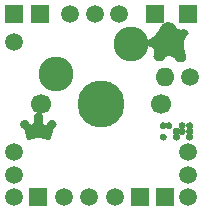
<source format=gts>
G04 #@! TF.GenerationSoftware,KiCad,Pcbnew,5.1.5-52549c5~84~ubuntu18.04.1*
G04 #@! TF.CreationDate,2020-04-11T16:09:32-04:00*
G04 #@! TF.ProjectId,amoeba-royale,616d6f65-6261-42d7-926f-79616c652e6b,rev?*
G04 #@! TF.SameCoordinates,Original*
G04 #@! TF.FileFunction,Soldermask,Top*
G04 #@! TF.FilePolarity,Negative*
%FSLAX46Y46*%
G04 Gerber Fmt 4.6, Leading zero omitted, Abs format (unit mm)*
G04 Created by KiCad (PCBNEW 5.1.5-52549c5~84~ubuntu18.04.1) date 2020-04-11 16:09:32*
%MOMM*%
%LPD*%
G04 APERTURE LIST*
%ADD10C,0.002540*%
%ADD11C,0.150000*%
%ADD12C,0.131817*%
%ADD13C,1.700000*%
%ADD14C,2.950000*%
%ADD15C,3.980180*%
%ADD16R,1.500000X1.500000*%
%ADD17C,1.500000*%
%ADD18R,1.600000X1.600000*%
%ADD19O,1.600000X1.600000*%
G04 APERTURE END LIST*
D10*
G36*
X254416500Y-113208999D02*
G01*
X254411420Y-113259383D01*
X254396853Y-113306310D01*
X254373803Y-113348776D01*
X254343276Y-113385776D01*
X254306277Y-113416303D01*
X254263811Y-113439354D01*
X254216883Y-113453921D01*
X254166500Y-113459000D01*
X254116116Y-113453921D01*
X254069188Y-113439354D01*
X254026722Y-113416303D01*
X253989723Y-113385776D01*
X253959196Y-113348776D01*
X253936146Y-113306310D01*
X253921579Y-113259383D01*
X253916499Y-113208999D01*
X253921579Y-113158617D01*
X253936146Y-113111690D01*
X253959196Y-113069225D01*
X253989723Y-113032226D01*
X254026722Y-113001699D01*
X254069188Y-112978650D01*
X254116116Y-112964083D01*
X254166500Y-112959004D01*
X254216883Y-112964083D01*
X254263811Y-112978650D01*
X254306277Y-113001699D01*
X254343276Y-113032226D01*
X254373803Y-113069225D01*
X254396853Y-113111690D01*
X254411420Y-113158617D01*
X254416500Y-113208999D01*
G37*
X254416500Y-113208999D02*
X254411420Y-113259383D01*
X254396853Y-113306310D01*
X254373803Y-113348776D01*
X254343276Y-113385776D01*
X254306277Y-113416303D01*
X254263811Y-113439354D01*
X254216883Y-113453921D01*
X254166500Y-113459000D01*
X254116116Y-113453921D01*
X254069188Y-113439354D01*
X254026722Y-113416303D01*
X253989723Y-113385776D01*
X253959196Y-113348776D01*
X253936146Y-113306310D01*
X253921579Y-113259383D01*
X253916499Y-113208999D01*
X253921579Y-113158617D01*
X253936146Y-113111690D01*
X253959196Y-113069225D01*
X253989723Y-113032226D01*
X254026722Y-113001699D01*
X254069188Y-112978650D01*
X254116116Y-112964083D01*
X254166500Y-112959004D01*
X254216883Y-112964083D01*
X254263811Y-112978650D01*
X254306277Y-113001699D01*
X254343276Y-113032226D01*
X254373803Y-113069225D01*
X254396853Y-113111690D01*
X254411420Y-113158617D01*
X254416500Y-113208999D01*
G36*
X254896498Y-112249001D02*
G01*
X254891419Y-112299384D01*
X254876851Y-112346311D01*
X254853801Y-112388777D01*
X254823274Y-112425777D01*
X254786275Y-112456305D01*
X254743808Y-112479355D01*
X254696881Y-112493922D01*
X254646497Y-112499002D01*
X254596113Y-112493922D01*
X254549186Y-112479355D01*
X254506720Y-112456305D01*
X254469721Y-112425777D01*
X254439193Y-112388777D01*
X254416143Y-112346311D01*
X254401576Y-112299384D01*
X254396497Y-112249001D01*
X254401576Y-112198618D01*
X254416143Y-112151691D01*
X254439193Y-112109226D01*
X254469721Y-112072227D01*
X254506720Y-112041701D01*
X254549186Y-112018651D01*
X254596113Y-112004085D01*
X254646497Y-111999006D01*
X254696881Y-112004085D01*
X254743808Y-112018651D01*
X254786275Y-112041701D01*
X254823274Y-112072227D01*
X254853801Y-112109226D01*
X254876851Y-112151691D01*
X254891419Y-112198618D01*
X254896498Y-112249001D01*
G37*
X254896498Y-112249001D02*
X254891419Y-112299384D01*
X254876851Y-112346311D01*
X254853801Y-112388777D01*
X254823274Y-112425777D01*
X254786275Y-112456305D01*
X254743808Y-112479355D01*
X254696881Y-112493922D01*
X254646497Y-112499002D01*
X254596113Y-112493922D01*
X254549186Y-112479355D01*
X254506720Y-112456305D01*
X254469721Y-112425777D01*
X254439193Y-112388777D01*
X254416143Y-112346311D01*
X254401576Y-112299384D01*
X254396497Y-112249001D01*
X254401576Y-112198618D01*
X254416143Y-112151691D01*
X254439193Y-112109226D01*
X254469721Y-112072227D01*
X254506720Y-112041701D01*
X254549186Y-112018651D01*
X254596113Y-112004085D01*
X254646497Y-111999006D01*
X254696881Y-112004085D01*
X254743808Y-112018651D01*
X254786275Y-112041701D01*
X254823274Y-112072227D01*
X254853801Y-112109226D01*
X254876851Y-112151691D01*
X254891419Y-112198618D01*
X254896498Y-112249001D01*
G36*
X254416500Y-112249001D02*
G01*
X254411420Y-112299384D01*
X254396853Y-112346311D01*
X254373803Y-112388777D01*
X254343276Y-112425777D01*
X254306277Y-112456305D01*
X254263811Y-112479355D01*
X254216883Y-112493922D01*
X254166500Y-112499002D01*
X254116116Y-112493922D01*
X254069188Y-112479355D01*
X254026722Y-112456305D01*
X253989723Y-112425777D01*
X253959196Y-112388777D01*
X253936146Y-112346311D01*
X253921579Y-112299384D01*
X253916499Y-112249001D01*
X253921579Y-112198618D01*
X253936146Y-112151691D01*
X253959196Y-112109226D01*
X253989723Y-112072227D01*
X254026722Y-112041701D01*
X254069188Y-112018651D01*
X254116116Y-112004085D01*
X254166500Y-111999006D01*
X254216883Y-112004085D01*
X254263811Y-112018651D01*
X254306277Y-112041701D01*
X254343276Y-112072227D01*
X254373803Y-112109226D01*
X254396853Y-112151691D01*
X254411420Y-112198618D01*
X254416500Y-112249001D01*
G37*
X254416500Y-112249001D02*
X254411420Y-112299384D01*
X254396853Y-112346311D01*
X254373803Y-112388777D01*
X254343276Y-112425777D01*
X254306277Y-112456305D01*
X254263811Y-112479355D01*
X254216883Y-112493922D01*
X254166500Y-112499002D01*
X254116116Y-112493922D01*
X254069188Y-112479355D01*
X254026722Y-112456305D01*
X253989723Y-112425777D01*
X253959196Y-112388777D01*
X253936146Y-112346311D01*
X253921579Y-112299384D01*
X253916499Y-112249001D01*
X253921579Y-112198618D01*
X253936146Y-112151691D01*
X253959196Y-112109226D01*
X253989723Y-112072227D01*
X254026722Y-112041701D01*
X254069188Y-112018651D01*
X254116116Y-112004085D01*
X254166500Y-111999006D01*
X254216883Y-112004085D01*
X254263811Y-112018651D01*
X254306277Y-112041701D01*
X254343276Y-112072227D01*
X254373803Y-112109226D01*
X254396853Y-112151691D01*
X254411420Y-112198618D01*
X254416500Y-112249001D01*
G36*
X256656500Y-113208999D02*
G01*
X256651421Y-113259383D01*
X256636854Y-113306310D01*
X256613804Y-113348776D01*
X256583276Y-113385776D01*
X256546277Y-113416303D01*
X256503811Y-113439354D01*
X256456885Y-113453921D01*
X256406502Y-113459000D01*
X256356119Y-113453921D01*
X256309191Y-113439354D01*
X256266725Y-113416303D01*
X256229725Y-113385776D01*
X256199198Y-113348776D01*
X256176148Y-113306310D01*
X256161581Y-113259383D01*
X256156501Y-113208999D01*
X256161581Y-113158617D01*
X256176148Y-113111690D01*
X256199198Y-113069225D01*
X256229725Y-113032226D01*
X256266725Y-113001699D01*
X256309191Y-112978650D01*
X256356119Y-112964083D01*
X256406502Y-112959004D01*
X256456885Y-112964083D01*
X256503812Y-112978650D01*
X256546278Y-113001699D01*
X256583277Y-113032226D01*
X256613804Y-113069225D01*
X256636854Y-113111690D01*
X256651421Y-113158617D01*
X256656500Y-113208999D01*
G37*
X256656500Y-113208999D02*
X256651421Y-113259383D01*
X256636854Y-113306310D01*
X256613804Y-113348776D01*
X256583276Y-113385776D01*
X256546277Y-113416303D01*
X256503811Y-113439354D01*
X256456885Y-113453921D01*
X256406502Y-113459000D01*
X256356119Y-113453921D01*
X256309191Y-113439354D01*
X256266725Y-113416303D01*
X256229725Y-113385776D01*
X256199198Y-113348776D01*
X256176148Y-113306310D01*
X256161581Y-113259383D01*
X256156501Y-113208999D01*
X256161581Y-113158617D01*
X256176148Y-113111690D01*
X256199198Y-113069225D01*
X256229725Y-113032226D01*
X256266725Y-113001699D01*
X256309191Y-112978650D01*
X256356119Y-112964083D01*
X256406502Y-112959004D01*
X256456885Y-112964083D01*
X256503812Y-112978650D01*
X256546278Y-113001699D01*
X256583277Y-113032226D01*
X256613804Y-113069225D01*
X256636854Y-113111690D01*
X256651421Y-113158617D01*
X256656500Y-113208999D01*
G36*
X256656500Y-112729002D02*
G01*
X256651421Y-112779385D01*
X256636854Y-112826312D01*
X256613803Y-112868778D01*
X256583276Y-112905778D01*
X256546276Y-112936305D01*
X256503810Y-112959356D01*
X256456883Y-112973923D01*
X256406500Y-112979002D01*
X256356116Y-112973923D01*
X256309188Y-112959356D01*
X256266723Y-112936305D01*
X256229724Y-112905778D01*
X256199197Y-112868778D01*
X256176147Y-112826312D01*
X256161580Y-112779385D01*
X256156501Y-112729002D01*
X256161580Y-112678619D01*
X256176147Y-112631692D01*
X256199197Y-112589227D01*
X256229724Y-112552228D01*
X256266723Y-112521701D01*
X256309188Y-112498652D01*
X256356116Y-112484085D01*
X256406500Y-112479006D01*
X256456883Y-112484085D01*
X256503811Y-112498652D01*
X256546277Y-112521701D01*
X256583277Y-112552228D01*
X256613804Y-112589227D01*
X256636854Y-112631692D01*
X256651421Y-112678619D01*
X256656500Y-112729002D01*
G37*
X256656500Y-112729002D02*
X256651421Y-112779385D01*
X256636854Y-112826312D01*
X256613803Y-112868778D01*
X256583276Y-112905778D01*
X256546276Y-112936305D01*
X256503810Y-112959356D01*
X256456883Y-112973923D01*
X256406500Y-112979002D01*
X256356116Y-112973923D01*
X256309188Y-112959356D01*
X256266723Y-112936305D01*
X256229724Y-112905778D01*
X256199197Y-112868778D01*
X256176147Y-112826312D01*
X256161580Y-112779385D01*
X256156501Y-112729002D01*
X256161580Y-112678619D01*
X256176147Y-112631692D01*
X256199197Y-112589227D01*
X256229724Y-112552228D01*
X256266723Y-112521701D01*
X256309188Y-112498652D01*
X256356116Y-112484085D01*
X256406500Y-112479006D01*
X256456883Y-112484085D01*
X256503811Y-112498652D01*
X256546277Y-112521701D01*
X256583277Y-112552228D01*
X256613804Y-112589227D01*
X256636854Y-112631692D01*
X256651421Y-112678619D01*
X256656500Y-112729002D01*
G36*
X256656500Y-112249001D02*
G01*
X256651421Y-112299384D01*
X256636854Y-112346311D01*
X256613804Y-112388777D01*
X256583277Y-112425777D01*
X256546277Y-112456305D01*
X256503811Y-112479355D01*
X256456883Y-112493922D01*
X256406500Y-112499002D01*
X256356116Y-112493922D01*
X256309188Y-112479355D01*
X256266722Y-112456305D01*
X256229722Y-112425777D01*
X256199195Y-112388777D01*
X256176145Y-112346311D01*
X256161578Y-112299384D01*
X256156499Y-112249001D01*
X256161578Y-112198618D01*
X256176145Y-112151691D01*
X256199195Y-112109226D01*
X256229722Y-112072227D01*
X256266722Y-112041701D01*
X256309188Y-112018651D01*
X256356116Y-112004085D01*
X256406500Y-111999006D01*
X256456883Y-112004085D01*
X256503811Y-112018651D01*
X256546277Y-112041701D01*
X256583277Y-112072227D01*
X256613804Y-112109226D01*
X256636854Y-112151691D01*
X256651421Y-112198618D01*
X256656500Y-112249001D01*
G37*
X256656500Y-112249001D02*
X256651421Y-112299384D01*
X256636854Y-112346311D01*
X256613804Y-112388777D01*
X256583277Y-112425777D01*
X256546277Y-112456305D01*
X256503811Y-112479355D01*
X256456883Y-112493922D01*
X256406500Y-112499002D01*
X256356116Y-112493922D01*
X256309188Y-112479355D01*
X256266722Y-112456305D01*
X256229722Y-112425777D01*
X256199195Y-112388777D01*
X256176145Y-112346311D01*
X256161578Y-112299384D01*
X256156499Y-112249001D01*
X256161578Y-112198618D01*
X256176145Y-112151691D01*
X256199195Y-112109226D01*
X256229722Y-112072227D01*
X256266722Y-112041701D01*
X256309188Y-112018651D01*
X256356116Y-112004085D01*
X256406500Y-111999006D01*
X256456883Y-112004085D01*
X256503811Y-112018651D01*
X256546277Y-112041701D01*
X256583277Y-112072227D01*
X256613804Y-112109226D01*
X256636854Y-112151691D01*
X256651421Y-112198618D01*
X256656500Y-112249001D01*
G36*
X256016500Y-112249001D02*
G01*
X256011420Y-112299384D01*
X255996853Y-112346311D01*
X255973803Y-112388777D01*
X255943276Y-112425777D01*
X255906276Y-112456305D01*
X255863810Y-112479355D01*
X255816882Y-112493922D01*
X255766499Y-112499002D01*
X255716115Y-112493922D01*
X255669187Y-112479355D01*
X255626721Y-112456305D01*
X255589721Y-112425777D01*
X255559194Y-112388777D01*
X255536144Y-112346311D01*
X255521577Y-112299384D01*
X255516498Y-112249001D01*
X255521577Y-112198618D01*
X255536144Y-112151691D01*
X255559194Y-112109226D01*
X255589721Y-112072227D01*
X255626721Y-112041701D01*
X255669187Y-112018651D01*
X255716115Y-112004085D01*
X255766499Y-111999006D01*
X255816882Y-112004085D01*
X255863810Y-112018651D01*
X255906276Y-112041701D01*
X255943276Y-112072227D01*
X255973803Y-112109226D01*
X255996853Y-112151691D01*
X256011420Y-112198618D01*
X256016500Y-112249001D01*
G37*
X256016500Y-112249001D02*
X256011420Y-112299384D01*
X255996853Y-112346311D01*
X255973803Y-112388777D01*
X255943276Y-112425777D01*
X255906276Y-112456305D01*
X255863810Y-112479355D01*
X255816882Y-112493922D01*
X255766499Y-112499002D01*
X255716115Y-112493922D01*
X255669187Y-112479355D01*
X255626721Y-112456305D01*
X255589721Y-112425777D01*
X255559194Y-112388777D01*
X255536144Y-112346311D01*
X255521577Y-112299384D01*
X255516498Y-112249001D01*
X255521577Y-112198618D01*
X255536144Y-112151691D01*
X255559194Y-112109226D01*
X255589721Y-112072227D01*
X255626721Y-112041701D01*
X255669187Y-112018651D01*
X255716115Y-112004085D01*
X255766499Y-111999006D01*
X255816882Y-112004085D01*
X255863810Y-112018651D01*
X255906276Y-112041701D01*
X255943276Y-112072227D01*
X255973803Y-112109226D01*
X255996853Y-112151691D01*
X256011420Y-112198618D01*
X256016500Y-112249001D01*
G36*
X256016497Y-112729002D02*
G01*
X256011418Y-112779385D01*
X255996850Y-112826312D01*
X255973801Y-112868778D01*
X255943273Y-112905778D01*
X255906274Y-112936305D01*
X255863809Y-112959356D01*
X255816882Y-112973923D01*
X255766499Y-112979002D01*
X255716115Y-112973923D01*
X255669187Y-112959356D01*
X255626722Y-112936305D01*
X255589723Y-112905778D01*
X255559196Y-112868778D01*
X255536146Y-112826312D01*
X255521580Y-112779385D01*
X255516501Y-112729002D01*
X255521580Y-112678619D01*
X255536147Y-112631692D01*
X255559197Y-112589227D01*
X255589724Y-112552228D01*
X255626723Y-112521701D01*
X255669189Y-112498652D01*
X255716116Y-112484085D01*
X255766499Y-112479006D01*
X255816882Y-112484085D01*
X255863810Y-112498652D01*
X255906276Y-112521701D01*
X255943274Y-112552228D01*
X255973801Y-112589227D01*
X255996851Y-112631692D01*
X256011418Y-112678619D01*
X256016497Y-112729002D01*
G37*
X256016497Y-112729002D02*
X256011418Y-112779385D01*
X255996850Y-112826312D01*
X255973801Y-112868778D01*
X255943273Y-112905778D01*
X255906274Y-112936305D01*
X255863809Y-112959356D01*
X255816882Y-112973923D01*
X255766499Y-112979002D01*
X255716115Y-112973923D01*
X255669187Y-112959356D01*
X255626722Y-112936305D01*
X255589723Y-112905778D01*
X255559196Y-112868778D01*
X255536146Y-112826312D01*
X255521580Y-112779385D01*
X255516501Y-112729002D01*
X255521580Y-112678619D01*
X255536147Y-112631692D01*
X255559197Y-112589227D01*
X255589724Y-112552228D01*
X255626723Y-112521701D01*
X255669189Y-112498652D01*
X255716116Y-112484085D01*
X255766499Y-112479006D01*
X255816882Y-112484085D01*
X255863810Y-112498652D01*
X255906276Y-112521701D01*
X255943274Y-112552228D01*
X255973801Y-112589227D01*
X255996851Y-112631692D01*
X256011418Y-112678619D01*
X256016497Y-112729002D01*
G36*
X255536496Y-113208999D02*
G01*
X255531417Y-113259383D01*
X255516850Y-113306310D01*
X255493800Y-113348776D01*
X255463273Y-113385776D01*
X255426274Y-113416303D01*
X255383809Y-113439354D01*
X255336883Y-113453921D01*
X255286501Y-113459000D01*
X255236116Y-113453921D01*
X255189188Y-113439354D01*
X255146722Y-113416303D01*
X255109722Y-113385776D01*
X255079195Y-113348776D01*
X255056146Y-113306310D01*
X255041579Y-113259383D01*
X255036500Y-113208999D01*
X255041579Y-113158617D01*
X255056146Y-113111690D01*
X255079196Y-113069225D01*
X255109723Y-113032226D01*
X255146723Y-113001699D01*
X255189189Y-112978650D01*
X255236117Y-112964083D01*
X255286501Y-112959004D01*
X255336884Y-112964083D01*
X255383810Y-112978650D01*
X255426275Y-113001699D01*
X255463274Y-113032226D01*
X255493801Y-113069225D01*
X255516850Y-113111690D01*
X255531417Y-113158617D01*
X255536496Y-113208999D01*
G37*
X255536496Y-113208999D02*
X255531417Y-113259383D01*
X255516850Y-113306310D01*
X255493800Y-113348776D01*
X255463273Y-113385776D01*
X255426274Y-113416303D01*
X255383809Y-113439354D01*
X255336883Y-113453921D01*
X255286501Y-113459000D01*
X255236116Y-113453921D01*
X255189188Y-113439354D01*
X255146722Y-113416303D01*
X255109722Y-113385776D01*
X255079195Y-113348776D01*
X255056146Y-113306310D01*
X255041579Y-113259383D01*
X255036500Y-113208999D01*
X255041579Y-113158617D01*
X255056146Y-113111690D01*
X255079196Y-113069225D01*
X255109723Y-113032226D01*
X255146723Y-113001699D01*
X255189189Y-112978650D01*
X255236117Y-112964083D01*
X255286501Y-112959004D01*
X255336884Y-112964083D01*
X255383810Y-112978650D01*
X255426275Y-113001699D01*
X255463274Y-113032226D01*
X255493801Y-113069225D01*
X255516850Y-113111690D01*
X255531417Y-113158617D01*
X255536496Y-113208999D01*
G36*
X255536496Y-112729002D02*
G01*
X255531417Y-112779385D01*
X255516850Y-112826312D01*
X255493800Y-112868778D01*
X255463272Y-112905778D01*
X255426273Y-112936305D01*
X255383807Y-112959356D01*
X255336879Y-112973923D01*
X255286495Y-112979002D01*
X255236112Y-112973923D01*
X255189186Y-112959356D01*
X255146720Y-112936305D01*
X255109722Y-112905778D01*
X255079195Y-112868778D01*
X255056146Y-112826312D01*
X255041579Y-112779385D01*
X255036500Y-112729002D01*
X255041579Y-112678619D01*
X255056146Y-112631692D01*
X255079196Y-112589227D01*
X255109723Y-112552228D01*
X255146721Y-112521701D01*
X255189187Y-112498652D01*
X255236113Y-112484085D01*
X255286495Y-112479006D01*
X255336880Y-112484085D01*
X255383808Y-112498652D01*
X255426274Y-112521701D01*
X255463273Y-112552228D01*
X255493800Y-112589227D01*
X255516850Y-112631692D01*
X255531417Y-112678619D01*
X255536496Y-112729002D01*
G37*
X255536496Y-112729002D02*
X255531417Y-112779385D01*
X255516850Y-112826312D01*
X255493800Y-112868778D01*
X255463272Y-112905778D01*
X255426273Y-112936305D01*
X255383807Y-112959356D01*
X255336879Y-112973923D01*
X255286495Y-112979002D01*
X255236112Y-112973923D01*
X255189186Y-112959356D01*
X255146720Y-112936305D01*
X255109722Y-112905778D01*
X255079195Y-112868778D01*
X255056146Y-112826312D01*
X255041579Y-112779385D01*
X255036500Y-112729002D01*
X255041579Y-112678619D01*
X255056146Y-112631692D01*
X255079196Y-112589227D01*
X255109723Y-112552228D01*
X255146721Y-112521701D01*
X255189187Y-112498652D01*
X255236113Y-112484085D01*
X255286495Y-112479006D01*
X255336880Y-112484085D01*
X255383808Y-112498652D01*
X255426274Y-112521701D01*
X255463273Y-112552228D01*
X255493800Y-112589227D01*
X255516850Y-112631692D01*
X255531417Y-112678619D01*
X255536496Y-112729002D01*
D11*
G36*
X254593768Y-103524389D02*
G01*
X254564670Y-103525098D01*
X254535635Y-103527226D01*
X254506663Y-103530773D01*
X254477753Y-103535738D01*
X254448907Y-103542122D01*
X254420124Y-103549925D01*
X254391404Y-103559146D01*
X254362747Y-103569786D01*
X254334153Y-103581845D01*
X254305622Y-103595322D01*
X254277155Y-103610218D01*
X254248750Y-103626533D01*
X254220409Y-103644266D01*
X254192130Y-103663417D01*
X254167725Y-103682094D01*
X254143979Y-103703122D01*
X254120952Y-103726130D01*
X254098704Y-103750749D01*
X254077295Y-103776609D01*
X254056782Y-103803341D01*
X254037227Y-103830574D01*
X254018687Y-103857939D01*
X254001224Y-103885067D01*
X253984895Y-103911587D01*
X253969760Y-103937129D01*
X253955879Y-103961324D01*
X253943312Y-103983803D01*
X253932116Y-104004194D01*
X253922353Y-104022129D01*
X253914081Y-104037238D01*
X253890763Y-104078902D01*
X253867692Y-104119149D01*
X253844868Y-104158010D01*
X253822292Y-104195514D01*
X253799965Y-104231691D01*
X253777888Y-104266569D01*
X253756061Y-104300178D01*
X253734486Y-104332548D01*
X253713162Y-104363707D01*
X253692092Y-104393686D01*
X253671276Y-104422514D01*
X253650714Y-104450220D01*
X253630408Y-104476833D01*
X253610358Y-104502384D01*
X253590565Y-104526900D01*
X253571030Y-104550412D01*
X253551753Y-104572950D01*
X253532736Y-104594542D01*
X253513980Y-104615218D01*
X253495485Y-104635007D01*
X253477251Y-104653939D01*
X253459281Y-104672043D01*
X253441574Y-104689348D01*
X253424131Y-104705885D01*
X253406954Y-104721681D01*
X253390043Y-104736768D01*
X253373399Y-104751173D01*
X253357022Y-104764927D01*
X253340914Y-104778059D01*
X253325075Y-104790598D01*
X253309507Y-104802574D01*
X253294209Y-104814016D01*
X253279184Y-104824954D01*
X253264430Y-104835416D01*
X253249951Y-104845433D01*
X253235745Y-104855033D01*
X253221815Y-104864246D01*
X253208161Y-104873102D01*
X253194783Y-104881630D01*
X253181683Y-104889859D01*
X253168861Y-104897819D01*
X253156318Y-104905539D01*
X253144055Y-104913048D01*
X253132073Y-104920376D01*
X253120373Y-104927553D01*
X253108955Y-104934607D01*
X253097820Y-104941568D01*
X253086970Y-104948466D01*
X253076404Y-104955330D01*
X253066124Y-104962188D01*
X253056130Y-104969072D01*
X253046424Y-104976009D01*
X253037006Y-104983030D01*
X253027877Y-104990164D01*
X253019038Y-104997440D01*
X253010489Y-105004888D01*
X253002232Y-105012537D01*
X252994267Y-105020416D01*
X252986595Y-105028556D01*
X252979217Y-105036984D01*
X252972134Y-105045731D01*
X252965346Y-105054826D01*
X252958855Y-105064299D01*
X252952660Y-105074178D01*
X252946764Y-105084494D01*
X252941167Y-105095275D01*
X252935869Y-105106552D01*
X252930871Y-105118352D01*
X252926175Y-105130707D01*
X252921781Y-105143645D01*
X252917689Y-105157196D01*
X252913902Y-105171388D01*
X252910418Y-105186252D01*
X252907241Y-105201817D01*
X252904369Y-105218112D01*
X252901804Y-105235167D01*
X252899547Y-105253010D01*
X252897599Y-105271673D01*
X252895960Y-105291183D01*
X252894631Y-105311570D01*
X252893614Y-105332864D01*
X252892908Y-105355093D01*
X252892515Y-105378289D01*
X252892906Y-105396251D01*
X252894022Y-105413083D01*
X252895839Y-105428826D01*
X252898335Y-105443521D01*
X252901486Y-105457210D01*
X252905268Y-105469936D01*
X252909660Y-105481739D01*
X252914638Y-105492661D01*
X252920179Y-105502744D01*
X252926260Y-105512030D01*
X252932857Y-105520560D01*
X252939948Y-105528377D01*
X252947510Y-105535521D01*
X252955519Y-105542034D01*
X252963952Y-105547959D01*
X252972787Y-105553337D01*
X252982000Y-105558209D01*
X252991569Y-105562618D01*
X253001469Y-105566604D01*
X253011679Y-105570211D01*
X253022174Y-105573478D01*
X253032932Y-105576449D01*
X253043931Y-105579164D01*
X253055146Y-105581666D01*
X253066554Y-105583996D01*
X253078133Y-105586195D01*
X253089860Y-105588307D01*
X253101711Y-105590371D01*
X253113663Y-105592431D01*
X253125693Y-105594527D01*
X253137779Y-105596701D01*
X253149897Y-105598996D01*
X253162024Y-105601452D01*
X253174137Y-105604111D01*
X253186212Y-105607016D01*
X253198228Y-105610207D01*
X253210160Y-105613727D01*
X253221985Y-105617617D01*
X253233682Y-105621919D01*
X253245225Y-105626675D01*
X253256594Y-105631926D01*
X253267763Y-105637714D01*
X253278711Y-105644080D01*
X253289413Y-105651067D01*
X253299848Y-105658716D01*
X253309992Y-105667069D01*
X253319822Y-105676167D01*
X253329314Y-105686052D01*
X253338447Y-105696766D01*
X253347196Y-105708351D01*
X253355538Y-105720848D01*
X253363452Y-105734299D01*
X253370912Y-105748746D01*
X253377897Y-105764230D01*
X253384383Y-105780792D01*
X253390348Y-105798476D01*
X253395767Y-105817322D01*
X253400619Y-105837372D01*
X253404880Y-105858668D01*
X253408526Y-105881252D01*
X253411535Y-105905165D01*
X253413884Y-105930448D01*
X253415550Y-105957144D01*
X253416509Y-105985295D01*
X253416739Y-106014941D01*
X253416216Y-106046126D01*
X253414918Y-106078889D01*
X253412821Y-106113274D01*
X253409902Y-106149321D01*
X253406138Y-106187073D01*
X253401506Y-106226571D01*
X253396853Y-106264396D01*
X253392831Y-106299690D01*
X253389585Y-106332707D01*
X253387257Y-106363700D01*
X253385992Y-106392924D01*
X253385931Y-106420631D01*
X253387220Y-106447076D01*
X253390000Y-106472513D01*
X253394417Y-106497195D01*
X253400612Y-106521376D01*
X253408730Y-106545310D01*
X253418913Y-106569250D01*
X253431306Y-106593451D01*
X253446051Y-106618167D01*
X253463292Y-106643650D01*
X253481843Y-106668338D01*
X253501245Y-106691324D01*
X253521499Y-106712607D01*
X253542604Y-106732188D01*
X253564560Y-106750066D01*
X253587367Y-106766241D01*
X253611026Y-106780714D01*
X253635536Y-106793484D01*
X253660898Y-106804552D01*
X253687111Y-106813916D01*
X253714175Y-106821578D01*
X253742090Y-106827538D01*
X253770857Y-106831795D01*
X253800475Y-106834349D01*
X253830945Y-106835200D01*
X253898915Y-106835200D01*
X253930576Y-106834434D01*
X253961522Y-106832136D01*
X253991752Y-106828307D01*
X254021268Y-106822945D01*
X254050069Y-106816051D01*
X254078155Y-106807626D01*
X254105526Y-106797668D01*
X254132182Y-106786178D01*
X254158123Y-106773157D01*
X254183350Y-106758603D01*
X254207862Y-106742517D01*
X254232794Y-106724598D01*
X254255687Y-106705443D01*
X254276541Y-106685051D01*
X254295357Y-106663424D01*
X254312133Y-106640561D01*
X254326870Y-106616462D01*
X254339568Y-106591127D01*
X254350226Y-106564557D01*
X254358846Y-106536751D01*
X254365427Y-106507709D01*
X254390078Y-106492185D01*
X254415000Y-106477814D01*
X254440176Y-106464599D01*
X254465590Y-106452542D01*
X254491227Y-106441648D01*
X254517071Y-106431918D01*
X254543107Y-106423354D01*
X254569317Y-106415960D01*
X254595687Y-106409739D01*
X254622201Y-106404692D01*
X254648843Y-106400824D01*
X254675598Y-106398135D01*
X254702449Y-106396630D01*
X254729380Y-106396310D01*
X254756377Y-106397179D01*
X254783423Y-106399239D01*
X254810502Y-106402493D01*
X254837599Y-106406944D01*
X254864698Y-106412593D01*
X254891783Y-106419445D01*
X254918838Y-106427501D01*
X254945848Y-106436765D01*
X254972796Y-106447238D01*
X254999668Y-106458924D01*
X255026447Y-106471826D01*
X255053117Y-106485945D01*
X255079663Y-106501286D01*
X255106069Y-106517850D01*
X255132319Y-106535640D01*
X255158397Y-106554658D01*
X255184288Y-106574909D01*
X255209976Y-106596393D01*
X255216001Y-106623118D01*
X255224189Y-106648915D01*
X255234539Y-106673786D01*
X255247052Y-106697730D01*
X255261727Y-106720747D01*
X255278564Y-106742837D01*
X255297565Y-106764001D01*
X255318727Y-106784237D01*
X255342053Y-106803547D01*
X255367541Y-106821930D01*
X255392474Y-106839539D01*
X255417838Y-106855295D01*
X255443635Y-106869198D01*
X255469865Y-106881247D01*
X255496527Y-106891442D01*
X255523622Y-106899783D01*
X255551150Y-106906271D01*
X255579109Y-106910905D01*
X255607502Y-106913685D01*
X255636327Y-106914612D01*
X255704297Y-106914612D01*
X255734409Y-106913733D01*
X255763780Y-106911097D01*
X255792409Y-106906703D01*
X255820297Y-106900552D01*
X255847444Y-106892643D01*
X255873849Y-106882976D01*
X255899512Y-106871552D01*
X255924434Y-106858370D01*
X255948614Y-106843431D01*
X255972053Y-106826734D01*
X255994751Y-106808279D01*
X256016707Y-106788067D01*
X256037921Y-106766098D01*
X256058395Y-106742370D01*
X256078126Y-106716886D01*
X256095529Y-106692309D01*
X256111418Y-106669350D01*
X256125691Y-106647542D01*
X256138247Y-106626419D01*
X256148983Y-106605515D01*
X256157796Y-106584364D01*
X256164585Y-106562499D01*
X256169247Y-106539455D01*
X256171680Y-106514766D01*
X256171781Y-106487966D01*
X256169449Y-106458588D01*
X256164580Y-106426167D01*
X256157073Y-106390237D01*
X256146826Y-106350331D01*
X256133736Y-106305983D01*
X256118362Y-106255873D01*
X256103777Y-106206866D01*
X256089968Y-106158948D01*
X256076922Y-106112103D01*
X256064626Y-106066319D01*
X256053066Y-106021579D01*
X256042229Y-105977871D01*
X256032102Y-105935178D01*
X256022671Y-105893488D01*
X256013923Y-105852784D01*
X256005845Y-105813054D01*
X255998424Y-105774283D01*
X255991646Y-105736455D01*
X255985498Y-105699557D01*
X255979967Y-105663574D01*
X255975039Y-105628491D01*
X255970702Y-105594295D01*
X255966941Y-105560971D01*
X255963744Y-105528504D01*
X255961097Y-105496880D01*
X255958988Y-105466084D01*
X255957402Y-105436102D01*
X255956327Y-105406920D01*
X255955749Y-105378523D01*
X255955655Y-105350896D01*
X255956032Y-105324026D01*
X255956866Y-105297897D01*
X255958144Y-105272496D01*
X255959853Y-105247807D01*
X255961980Y-105223817D01*
X255964511Y-105200510D01*
X255967432Y-105177873D01*
X255970732Y-105155891D01*
X255974396Y-105134549D01*
X255978412Y-105113834D01*
X255982765Y-105093730D01*
X255987443Y-105074223D01*
X255992432Y-105055299D01*
X255997719Y-105036943D01*
X256003291Y-105019141D01*
X256009135Y-105001878D01*
X256015236Y-104985140D01*
X256021583Y-104968913D01*
X256028161Y-104953182D01*
X256034958Y-104937932D01*
X256041960Y-104923149D01*
X256049154Y-104908819D01*
X256056526Y-104894927D01*
X256064064Y-104881458D01*
X256071753Y-104868399D01*
X256079582Y-104855735D01*
X256087535Y-104843451D01*
X256095601Y-104831533D01*
X256103766Y-104819967D01*
X256112016Y-104808737D01*
X256120339Y-104797831D01*
X256128721Y-104787232D01*
X256137148Y-104776926D01*
X256145608Y-104766900D01*
X256154088Y-104757139D01*
X256162573Y-104747628D01*
X256171051Y-104738353D01*
X256179508Y-104729299D01*
X256187931Y-104720452D01*
X256196307Y-104711798D01*
X256204623Y-104703321D01*
X256212865Y-104695008D01*
X256221020Y-104686845D01*
X256229074Y-104678815D01*
X256237015Y-104670907D01*
X256244830Y-104663103D01*
X256252504Y-104655391D01*
X256260024Y-104647756D01*
X256267378Y-104640184D01*
X256274552Y-104632659D01*
X256281533Y-104625168D01*
X256288307Y-104617695D01*
X256294862Y-104610228D01*
X256301183Y-104602750D01*
X256307258Y-104595248D01*
X256313074Y-104587708D01*
X256318616Y-104580114D01*
X256323872Y-104572452D01*
X256328829Y-104564708D01*
X256333473Y-104556868D01*
X256337791Y-104548916D01*
X256341770Y-104540839D01*
X256345396Y-104532623D01*
X256348656Y-104524251D01*
X256351537Y-104515711D01*
X256354026Y-104506988D01*
X256356109Y-104498066D01*
X256357773Y-104488933D01*
X256359005Y-104479572D01*
X256359791Y-104469971D01*
X256360118Y-104460114D01*
X256359973Y-104449987D01*
X256359343Y-104439576D01*
X256358215Y-104428865D01*
X256356574Y-104417841D01*
X256354408Y-104406490D01*
X256351704Y-104394796D01*
X256348447Y-104382745D01*
X256344626Y-104370323D01*
X256340227Y-104357515D01*
X256329954Y-104331242D01*
X256318865Y-104306995D01*
X256306988Y-104284695D01*
X256294348Y-104264268D01*
X256280974Y-104245637D01*
X256266893Y-104228725D01*
X256252131Y-104213455D01*
X256236716Y-104199752D01*
X256220676Y-104187538D01*
X256204037Y-104176736D01*
X256186827Y-104167272D01*
X256169073Y-104159067D01*
X256150802Y-104152046D01*
X256132041Y-104146132D01*
X256112817Y-104141248D01*
X256093158Y-104137318D01*
X256073091Y-104134266D01*
X256052643Y-104132014D01*
X256031842Y-104130487D01*
X256010714Y-104129607D01*
X255989286Y-104129298D01*
X255967587Y-104129485D01*
X255945642Y-104130089D01*
X255923480Y-104131036D01*
X255901127Y-104132247D01*
X255878611Y-104133647D01*
X255855959Y-104135159D01*
X255833198Y-104136707D01*
X255810355Y-104138214D01*
X255787458Y-104139604D01*
X255764534Y-104140799D01*
X255741609Y-104141724D01*
X255718712Y-104142302D01*
X255695868Y-104142457D01*
X255673107Y-104142111D01*
X255650454Y-104141189D01*
X255627937Y-104139614D01*
X255605583Y-104137309D01*
X255583419Y-104134198D01*
X255561473Y-104130204D01*
X255539772Y-104125251D01*
X255518343Y-104119262D01*
X255497213Y-104112162D01*
X255476409Y-104103872D01*
X255455958Y-104094317D01*
X255435889Y-104083420D01*
X255416227Y-104071105D01*
X255397001Y-104057295D01*
X255378237Y-104041914D01*
X255359962Y-104024885D01*
X255348309Y-104011759D01*
X255335729Y-103994922D01*
X255322208Y-103974869D01*
X255307734Y-103952093D01*
X255292293Y-103927090D01*
X255275873Y-103900355D01*
X255258461Y-103872382D01*
X255240044Y-103843666D01*
X255220609Y-103814702D01*
X255200143Y-103785985D01*
X255178634Y-103758009D01*
X255156068Y-103731270D01*
X255132434Y-103706261D01*
X255107717Y-103683479D01*
X255081905Y-103663416D01*
X255053217Y-103644265D01*
X255024529Y-103626532D01*
X254995841Y-103610217D01*
X254967153Y-103595321D01*
X254938465Y-103581844D01*
X254909777Y-103569785D01*
X254881090Y-103559145D01*
X254852402Y-103549924D01*
X254823714Y-103542121D01*
X254795027Y-103535737D01*
X254766339Y-103530772D01*
X254737651Y-103527225D01*
X254708963Y-103525097D01*
X254680275Y-103524388D01*
X254593768Y-103524389D01*
G37*
D12*
G36*
X243655701Y-111241386D02*
G01*
X243631327Y-111242281D01*
X243607440Y-111244927D01*
X243584102Y-111249258D01*
X243561376Y-111255213D01*
X243539327Y-111262728D01*
X243518017Y-111271740D01*
X243497509Y-111282186D01*
X243477867Y-111294002D01*
X243459153Y-111307126D01*
X243441431Y-111321494D01*
X243424764Y-111337043D01*
X243409215Y-111353710D01*
X243394847Y-111371432D01*
X243381723Y-111390146D01*
X243369906Y-111409789D01*
X243359461Y-111430296D01*
X243350449Y-111451607D01*
X243342934Y-111473656D01*
X243336979Y-111496381D01*
X243332647Y-111519719D01*
X243330002Y-111543607D01*
X243329106Y-111567981D01*
X243330162Y-111593993D01*
X243333263Y-111619696D01*
X243338368Y-111644976D01*
X243345433Y-111669720D01*
X243354417Y-111693813D01*
X243365277Y-111717142D01*
X243377970Y-111739593D01*
X243392455Y-111761052D01*
X243408688Y-111781404D01*
X243402954Y-111808238D01*
X243397166Y-111835141D01*
X243391265Y-111862026D01*
X243385191Y-111888810D01*
X243378884Y-111915406D01*
X243372284Y-111941728D01*
X243365332Y-111967691D01*
X243357969Y-111993209D01*
X243350134Y-112018196D01*
X243341767Y-112042568D01*
X243332810Y-112066237D01*
X243323203Y-112089120D01*
X243312885Y-112111129D01*
X243301796Y-112132179D01*
X243289879Y-112152185D01*
X243277072Y-112171062D01*
X243263316Y-112188722D01*
X243248551Y-112205082D01*
X243232718Y-112220054D01*
X243215757Y-112233554D01*
X243197608Y-112245496D01*
X243178211Y-112255794D01*
X243143867Y-112267126D01*
X243111951Y-112275150D01*
X243082327Y-112280124D01*
X243054857Y-112282306D01*
X243029405Y-112281953D01*
X243005833Y-112279322D01*
X242984005Y-112274672D01*
X242963784Y-112268259D01*
X242945032Y-112260340D01*
X242927613Y-112251175D01*
X242911389Y-112241019D01*
X242896225Y-112230130D01*
X242881982Y-112218766D01*
X242868523Y-112207185D01*
X242855713Y-112195644D01*
X242843413Y-112184399D01*
X242831486Y-112173710D01*
X242819797Y-112163832D01*
X242808207Y-112155025D01*
X242807207Y-112130273D01*
X242804257Y-112106073D01*
X242799436Y-112082501D01*
X242792822Y-112059636D01*
X242784491Y-112037555D01*
X242774522Y-112016335D01*
X242762992Y-111996055D01*
X242749979Y-111976792D01*
X242735561Y-111958623D01*
X242719815Y-111941627D01*
X242702819Y-111925881D01*
X242684650Y-111911463D01*
X242665387Y-111898450D01*
X242645107Y-111886920D01*
X242623887Y-111876951D01*
X242601806Y-111868620D01*
X242578941Y-111862005D01*
X242555369Y-111857185D01*
X242531168Y-111854235D01*
X242506417Y-111853235D01*
X242481665Y-111854235D01*
X242457465Y-111857185D01*
X242433893Y-111862005D01*
X242411028Y-111868620D01*
X242388946Y-111876951D01*
X242367727Y-111886920D01*
X242347447Y-111898450D01*
X242328183Y-111911463D01*
X242310015Y-111925881D01*
X242293019Y-111941627D01*
X242277273Y-111958623D01*
X242262855Y-111976792D01*
X242249842Y-111996055D01*
X242238312Y-112016335D01*
X242228343Y-112037555D01*
X242220012Y-112059636D01*
X242213397Y-112082501D01*
X242208576Y-112106073D01*
X242205627Y-112130273D01*
X242204627Y-112155025D01*
X242205627Y-112179776D01*
X242208576Y-112203977D01*
X242213397Y-112227549D01*
X242220012Y-112250414D01*
X242228343Y-112272495D01*
X242238312Y-112293715D01*
X242249842Y-112313995D01*
X242262855Y-112333258D01*
X242277273Y-112351427D01*
X242293019Y-112368423D01*
X242310015Y-112384169D01*
X242328183Y-112398587D01*
X242347447Y-112411600D01*
X242367727Y-112423130D01*
X242388946Y-112433099D01*
X242411028Y-112441430D01*
X242433893Y-112448045D01*
X242457465Y-112452865D01*
X242481665Y-112455815D01*
X242506417Y-112456815D01*
X242521663Y-112488810D01*
X242533309Y-112515336D01*
X242541917Y-112537256D01*
X242548048Y-112555437D01*
X242552265Y-112570743D01*
X242555128Y-112584039D01*
X242557199Y-112596191D01*
X242559040Y-112608062D01*
X242561213Y-112620518D01*
X242564278Y-112634425D01*
X242568798Y-112650646D01*
X242575334Y-112670047D01*
X242584448Y-112693493D01*
X242589266Y-112719101D01*
X242594529Y-112745425D01*
X242600197Y-112772381D01*
X242606228Y-112799884D01*
X242612582Y-112827850D01*
X242619216Y-112856192D01*
X242626090Y-112884827D01*
X242633163Y-112913669D01*
X242640393Y-112942634D01*
X242647739Y-112971636D01*
X242655159Y-113000592D01*
X242662613Y-113029415D01*
X242670059Y-113058021D01*
X242677456Y-113086326D01*
X242684763Y-113114244D01*
X242691938Y-113141690D01*
X242698940Y-113168580D01*
X242705728Y-113194829D01*
X242712261Y-113220351D01*
X242718497Y-113245063D01*
X242724395Y-113268878D01*
X242729914Y-113291713D01*
X242735012Y-113313482D01*
X242739649Y-113334100D01*
X242743783Y-113353483D01*
X242747372Y-113371546D01*
X242750377Y-113388203D01*
X242752754Y-113403371D01*
X242754464Y-113416963D01*
X242779244Y-113409415D01*
X242803606Y-113401958D01*
X242827592Y-113394601D01*
X242851240Y-113387354D01*
X242874591Y-113380225D01*
X242897684Y-113373222D01*
X242920558Y-113366355D01*
X242943255Y-113359633D01*
X242965813Y-113353064D01*
X242988272Y-113346657D01*
X243010672Y-113340421D01*
X243033053Y-113334366D01*
X243055455Y-113328498D01*
X243077917Y-113322829D01*
X243100479Y-113317365D01*
X243123181Y-113312117D01*
X243146062Y-113307093D01*
X243169163Y-113302302D01*
X243192523Y-113297752D01*
X243216183Y-113293453D01*
X243240181Y-113289413D01*
X243264557Y-113285642D01*
X243289352Y-113282147D01*
X243314605Y-113278939D01*
X243340356Y-113276025D01*
X243366644Y-113273414D01*
X243393510Y-113271116D01*
X243420993Y-113269139D01*
X243449133Y-113267492D01*
X243477970Y-113266184D01*
X243507543Y-113265223D01*
X243537893Y-113264619D01*
X243569058Y-113264381D01*
X243601080Y-113264516D01*
X243633997Y-113265035D01*
X243665680Y-113265347D01*
X243696740Y-113265906D01*
X243727200Y-113266709D01*
X243757083Y-113267754D01*
X243786410Y-113269037D01*
X243815206Y-113270556D01*
X243843492Y-113272310D01*
X243871292Y-113274295D01*
X243898629Y-113276510D01*
X243925525Y-113278951D01*
X243952002Y-113281616D01*
X243978084Y-113284503D01*
X244003794Y-113287610D01*
X244029154Y-113290933D01*
X244054187Y-113294471D01*
X244078916Y-113298221D01*
X244103364Y-113302181D01*
X244127552Y-113306348D01*
X244151506Y-113310719D01*
X244175246Y-113315292D01*
X244198795Y-113320066D01*
X244222178Y-113325037D01*
X244245415Y-113330202D01*
X244268531Y-113335560D01*
X244291548Y-113341108D01*
X244314488Y-113346844D01*
X244337375Y-113352765D01*
X244360231Y-113358868D01*
X244383078Y-113365152D01*
X244405941Y-113371613D01*
X244428841Y-113378250D01*
X244451802Y-113385059D01*
X244474845Y-113392039D01*
X244497995Y-113399187D01*
X244521273Y-113406501D01*
X244544703Y-113413977D01*
X244568307Y-113421614D01*
X244570835Y-113407436D01*
X244574271Y-113391807D01*
X244578551Y-113374805D01*
X244583612Y-113356511D01*
X244589389Y-113337004D01*
X244595820Y-113316363D01*
X244602840Y-113294667D01*
X244610387Y-113271996D01*
X244618397Y-113248429D01*
X244626805Y-113224045D01*
X244635550Y-113198924D01*
X244644566Y-113173144D01*
X244653791Y-113146785D01*
X244663161Y-113119927D01*
X244672612Y-113092649D01*
X244682082Y-113065030D01*
X244691505Y-113037149D01*
X244700820Y-113009086D01*
X244709962Y-112980919D01*
X244718867Y-112952729D01*
X244727473Y-112924594D01*
X244735715Y-112896595D01*
X244743530Y-112868809D01*
X244750855Y-112841317D01*
X244757626Y-112814197D01*
X244763779Y-112787530D01*
X244769251Y-112761394D01*
X244773979Y-112735868D01*
X244781097Y-112703679D01*
X244788165Y-112673840D01*
X244795194Y-112646231D01*
X244802192Y-112620733D01*
X244809171Y-112597227D01*
X244816140Y-112575594D01*
X244823110Y-112555714D01*
X244830090Y-112537470D01*
X244837091Y-112520740D01*
X244844122Y-112505407D01*
X244851194Y-112491351D01*
X244858317Y-112478453D01*
X244865501Y-112466593D01*
X244872756Y-112455653D01*
X244880091Y-112445514D01*
X244887518Y-112436056D01*
X244895047Y-112427160D01*
X244902686Y-112418707D01*
X244910447Y-112410577D01*
X244918340Y-112402653D01*
X244926373Y-112394813D01*
X244934559Y-112386941D01*
X244942906Y-112378915D01*
X244951425Y-112370617D01*
X244960126Y-112361928D01*
X244969019Y-112352729D01*
X244978114Y-112342900D01*
X244987421Y-112332323D01*
X244996950Y-112320878D01*
X245006711Y-112308446D01*
X245016715Y-112294907D01*
X245026971Y-112280144D01*
X245037490Y-112264036D01*
X245048281Y-112246464D01*
X245059355Y-112227310D01*
X245070722Y-112206454D01*
X245082391Y-112183777D01*
X245094373Y-112159159D01*
X245093373Y-112134408D01*
X245090424Y-112110207D01*
X245085603Y-112086635D01*
X245078988Y-112063770D01*
X245070657Y-112041689D01*
X245060688Y-112020469D01*
X245049158Y-112000189D01*
X245036145Y-111980926D01*
X245021727Y-111962757D01*
X245005981Y-111945761D01*
X244988985Y-111930015D01*
X244970817Y-111915597D01*
X244951553Y-111902584D01*
X244931273Y-111891054D01*
X244910054Y-111881085D01*
X244887972Y-111872754D01*
X244865107Y-111866140D01*
X244841535Y-111861319D01*
X244817335Y-111858369D01*
X244792583Y-111857369D01*
X244767832Y-111858369D01*
X244743631Y-111861319D01*
X244720059Y-111866140D01*
X244697194Y-111872754D01*
X244675113Y-111881085D01*
X244653893Y-111891054D01*
X244633613Y-111902584D01*
X244614350Y-111915597D01*
X244596181Y-111930015D01*
X244579185Y-111945761D01*
X244563439Y-111962757D01*
X244549021Y-111980926D01*
X244536008Y-112000189D01*
X244524478Y-112020469D01*
X244514509Y-112041689D01*
X244506178Y-112063770D01*
X244499564Y-112086635D01*
X244494743Y-112110207D01*
X244491793Y-112134408D01*
X244490793Y-112159159D01*
X244489698Y-112183804D01*
X244486079Y-112205460D01*
X244480096Y-112224297D01*
X244471912Y-112240489D01*
X244461686Y-112254206D01*
X244449579Y-112265620D01*
X244435753Y-112274904D01*
X244420368Y-112282228D01*
X244403586Y-112287766D01*
X244385567Y-112291689D01*
X244366472Y-112294168D01*
X244346463Y-112295375D01*
X244325699Y-112295483D01*
X244304343Y-112294663D01*
X244282554Y-112293087D01*
X244260494Y-112290927D01*
X244238325Y-112288354D01*
X244216206Y-112285541D01*
X244194298Y-112282659D01*
X244172764Y-112279880D01*
X244151762Y-112277376D01*
X244131456Y-112275319D01*
X244112005Y-112273881D01*
X244093484Y-112263319D01*
X244076237Y-112251225D01*
X244060202Y-112237678D01*
X244045321Y-112222754D01*
X244031535Y-112206532D01*
X244018783Y-112189089D01*
X244007007Y-112170503D01*
X243996147Y-112150850D01*
X243986143Y-112130209D01*
X243976936Y-112108658D01*
X243968466Y-112086273D01*
X243960675Y-112063132D01*
X243953502Y-112039313D01*
X243946888Y-112014893D01*
X243940774Y-111989951D01*
X243935100Y-111964563D01*
X243929807Y-111938807D01*
X243924836Y-111912761D01*
X243920126Y-111886501D01*
X243915618Y-111860107D01*
X243911254Y-111833655D01*
X243906972Y-111807223D01*
X243902715Y-111780888D01*
X243918914Y-111760582D01*
X243933372Y-111739175D01*
X243946047Y-111716780D01*
X243956897Y-111693509D01*
X243965881Y-111669476D01*
X243972955Y-111644793D01*
X243978077Y-111619575D01*
X243981205Y-111593933D01*
X243982297Y-111567981D01*
X243981401Y-111543607D01*
X243978756Y-111519719D01*
X243974424Y-111496381D01*
X243968469Y-111473656D01*
X243960954Y-111451607D01*
X243951942Y-111430296D01*
X243941497Y-111409789D01*
X243929680Y-111390146D01*
X243916557Y-111371432D01*
X243902189Y-111353710D01*
X243886639Y-111337043D01*
X243869972Y-111321494D01*
X243852250Y-111307126D01*
X243833536Y-111294002D01*
X243813894Y-111282186D01*
X243793386Y-111271740D01*
X243772076Y-111262728D01*
X243750027Y-111255213D01*
X243727302Y-111249258D01*
X243703964Y-111244927D01*
X243680076Y-111242281D01*
X243655702Y-111241386D01*
X243655701Y-111241386D01*
G37*
X243655701Y-111241386D02*
X243631327Y-111242281D01*
X243607440Y-111244927D01*
X243584102Y-111249258D01*
X243561376Y-111255213D01*
X243539327Y-111262728D01*
X243518017Y-111271740D01*
X243497509Y-111282186D01*
X243477867Y-111294002D01*
X243459153Y-111307126D01*
X243441431Y-111321494D01*
X243424764Y-111337043D01*
X243409215Y-111353710D01*
X243394847Y-111371432D01*
X243381723Y-111390146D01*
X243369906Y-111409789D01*
X243359461Y-111430296D01*
X243350449Y-111451607D01*
X243342934Y-111473656D01*
X243336979Y-111496381D01*
X243332647Y-111519719D01*
X243330002Y-111543607D01*
X243329106Y-111567981D01*
X243330162Y-111593993D01*
X243333263Y-111619696D01*
X243338368Y-111644976D01*
X243345433Y-111669720D01*
X243354417Y-111693813D01*
X243365277Y-111717142D01*
X243377970Y-111739593D01*
X243392455Y-111761052D01*
X243408688Y-111781404D01*
X243402954Y-111808238D01*
X243397166Y-111835141D01*
X243391265Y-111862026D01*
X243385191Y-111888810D01*
X243378884Y-111915406D01*
X243372284Y-111941728D01*
X243365332Y-111967691D01*
X243357969Y-111993209D01*
X243350134Y-112018196D01*
X243341767Y-112042568D01*
X243332810Y-112066237D01*
X243323203Y-112089120D01*
X243312885Y-112111129D01*
X243301796Y-112132179D01*
X243289879Y-112152185D01*
X243277072Y-112171062D01*
X243263316Y-112188722D01*
X243248551Y-112205082D01*
X243232718Y-112220054D01*
X243215757Y-112233554D01*
X243197608Y-112245496D01*
X243178211Y-112255794D01*
X243143867Y-112267126D01*
X243111951Y-112275150D01*
X243082327Y-112280124D01*
X243054857Y-112282306D01*
X243029405Y-112281953D01*
X243005833Y-112279322D01*
X242984005Y-112274672D01*
X242963784Y-112268259D01*
X242945032Y-112260340D01*
X242927613Y-112251175D01*
X242911389Y-112241019D01*
X242896225Y-112230130D01*
X242881982Y-112218766D01*
X242868523Y-112207185D01*
X242855713Y-112195644D01*
X242843413Y-112184399D01*
X242831486Y-112173710D01*
X242819797Y-112163832D01*
X242808207Y-112155025D01*
X242807207Y-112130273D01*
X242804257Y-112106073D01*
X242799436Y-112082501D01*
X242792822Y-112059636D01*
X242784491Y-112037555D01*
X242774522Y-112016335D01*
X242762992Y-111996055D01*
X242749979Y-111976792D01*
X242735561Y-111958623D01*
X242719815Y-111941627D01*
X242702819Y-111925881D01*
X242684650Y-111911463D01*
X242665387Y-111898450D01*
X242645107Y-111886920D01*
X242623887Y-111876951D01*
X242601806Y-111868620D01*
X242578941Y-111862005D01*
X242555369Y-111857185D01*
X242531168Y-111854235D01*
X242506417Y-111853235D01*
X242481665Y-111854235D01*
X242457465Y-111857185D01*
X242433893Y-111862005D01*
X242411028Y-111868620D01*
X242388946Y-111876951D01*
X242367727Y-111886920D01*
X242347447Y-111898450D01*
X242328183Y-111911463D01*
X242310015Y-111925881D01*
X242293019Y-111941627D01*
X242277273Y-111958623D01*
X242262855Y-111976792D01*
X242249842Y-111996055D01*
X242238312Y-112016335D01*
X242228343Y-112037555D01*
X242220012Y-112059636D01*
X242213397Y-112082501D01*
X242208576Y-112106073D01*
X242205627Y-112130273D01*
X242204627Y-112155025D01*
X242205627Y-112179776D01*
X242208576Y-112203977D01*
X242213397Y-112227549D01*
X242220012Y-112250414D01*
X242228343Y-112272495D01*
X242238312Y-112293715D01*
X242249842Y-112313995D01*
X242262855Y-112333258D01*
X242277273Y-112351427D01*
X242293019Y-112368423D01*
X242310015Y-112384169D01*
X242328183Y-112398587D01*
X242347447Y-112411600D01*
X242367727Y-112423130D01*
X242388946Y-112433099D01*
X242411028Y-112441430D01*
X242433893Y-112448045D01*
X242457465Y-112452865D01*
X242481665Y-112455815D01*
X242506417Y-112456815D01*
X242521663Y-112488810D01*
X242533309Y-112515336D01*
X242541917Y-112537256D01*
X242548048Y-112555437D01*
X242552265Y-112570743D01*
X242555128Y-112584039D01*
X242557199Y-112596191D01*
X242559040Y-112608062D01*
X242561213Y-112620518D01*
X242564278Y-112634425D01*
X242568798Y-112650646D01*
X242575334Y-112670047D01*
X242584448Y-112693493D01*
X242589266Y-112719101D01*
X242594529Y-112745425D01*
X242600197Y-112772381D01*
X242606228Y-112799884D01*
X242612582Y-112827850D01*
X242619216Y-112856192D01*
X242626090Y-112884827D01*
X242633163Y-112913669D01*
X242640393Y-112942634D01*
X242647739Y-112971636D01*
X242655159Y-113000592D01*
X242662613Y-113029415D01*
X242670059Y-113058021D01*
X242677456Y-113086326D01*
X242684763Y-113114244D01*
X242691938Y-113141690D01*
X242698940Y-113168580D01*
X242705728Y-113194829D01*
X242712261Y-113220351D01*
X242718497Y-113245063D01*
X242724395Y-113268878D01*
X242729914Y-113291713D01*
X242735012Y-113313482D01*
X242739649Y-113334100D01*
X242743783Y-113353483D01*
X242747372Y-113371546D01*
X242750377Y-113388203D01*
X242752754Y-113403371D01*
X242754464Y-113416963D01*
X242779244Y-113409415D01*
X242803606Y-113401958D01*
X242827592Y-113394601D01*
X242851240Y-113387354D01*
X242874591Y-113380225D01*
X242897684Y-113373222D01*
X242920558Y-113366355D01*
X242943255Y-113359633D01*
X242965813Y-113353064D01*
X242988272Y-113346657D01*
X243010672Y-113340421D01*
X243033053Y-113334366D01*
X243055455Y-113328498D01*
X243077917Y-113322829D01*
X243100479Y-113317365D01*
X243123181Y-113312117D01*
X243146062Y-113307093D01*
X243169163Y-113302302D01*
X243192523Y-113297752D01*
X243216183Y-113293453D01*
X243240181Y-113289413D01*
X243264557Y-113285642D01*
X243289352Y-113282147D01*
X243314605Y-113278939D01*
X243340356Y-113276025D01*
X243366644Y-113273414D01*
X243393510Y-113271116D01*
X243420993Y-113269139D01*
X243449133Y-113267492D01*
X243477970Y-113266184D01*
X243507543Y-113265223D01*
X243537893Y-113264619D01*
X243569058Y-113264381D01*
X243601080Y-113264516D01*
X243633997Y-113265035D01*
X243665680Y-113265347D01*
X243696740Y-113265906D01*
X243727200Y-113266709D01*
X243757083Y-113267754D01*
X243786410Y-113269037D01*
X243815206Y-113270556D01*
X243843492Y-113272310D01*
X243871292Y-113274295D01*
X243898629Y-113276510D01*
X243925525Y-113278951D01*
X243952002Y-113281616D01*
X243978084Y-113284503D01*
X244003794Y-113287610D01*
X244029154Y-113290933D01*
X244054187Y-113294471D01*
X244078916Y-113298221D01*
X244103364Y-113302181D01*
X244127552Y-113306348D01*
X244151506Y-113310719D01*
X244175246Y-113315292D01*
X244198795Y-113320066D01*
X244222178Y-113325037D01*
X244245415Y-113330202D01*
X244268531Y-113335560D01*
X244291548Y-113341108D01*
X244314488Y-113346844D01*
X244337375Y-113352765D01*
X244360231Y-113358868D01*
X244383078Y-113365152D01*
X244405941Y-113371613D01*
X244428841Y-113378250D01*
X244451802Y-113385059D01*
X244474845Y-113392039D01*
X244497995Y-113399187D01*
X244521273Y-113406501D01*
X244544703Y-113413977D01*
X244568307Y-113421614D01*
X244570835Y-113407436D01*
X244574271Y-113391807D01*
X244578551Y-113374805D01*
X244583612Y-113356511D01*
X244589389Y-113337004D01*
X244595820Y-113316363D01*
X244602840Y-113294667D01*
X244610387Y-113271996D01*
X244618397Y-113248429D01*
X244626805Y-113224045D01*
X244635550Y-113198924D01*
X244644566Y-113173144D01*
X244653791Y-113146785D01*
X244663161Y-113119927D01*
X244672612Y-113092649D01*
X244682082Y-113065030D01*
X244691505Y-113037149D01*
X244700820Y-113009086D01*
X244709962Y-112980919D01*
X244718867Y-112952729D01*
X244727473Y-112924594D01*
X244735715Y-112896595D01*
X244743530Y-112868809D01*
X244750855Y-112841317D01*
X244757626Y-112814197D01*
X244763779Y-112787530D01*
X244769251Y-112761394D01*
X244773979Y-112735868D01*
X244781097Y-112703679D01*
X244788165Y-112673840D01*
X244795194Y-112646231D01*
X244802192Y-112620733D01*
X244809171Y-112597227D01*
X244816140Y-112575594D01*
X244823110Y-112555714D01*
X244830090Y-112537470D01*
X244837091Y-112520740D01*
X244844122Y-112505407D01*
X244851194Y-112491351D01*
X244858317Y-112478453D01*
X244865501Y-112466593D01*
X244872756Y-112455653D01*
X244880091Y-112445514D01*
X244887518Y-112436056D01*
X244895047Y-112427160D01*
X244902686Y-112418707D01*
X244910447Y-112410577D01*
X244918340Y-112402653D01*
X244926373Y-112394813D01*
X244934559Y-112386941D01*
X244942906Y-112378915D01*
X244951425Y-112370617D01*
X244960126Y-112361928D01*
X244969019Y-112352729D01*
X244978114Y-112342900D01*
X244987421Y-112332323D01*
X244996950Y-112320878D01*
X245006711Y-112308446D01*
X245016715Y-112294907D01*
X245026971Y-112280144D01*
X245037490Y-112264036D01*
X245048281Y-112246464D01*
X245059355Y-112227310D01*
X245070722Y-112206454D01*
X245082391Y-112183777D01*
X245094373Y-112159159D01*
X245093373Y-112134408D01*
X245090424Y-112110207D01*
X245085603Y-112086635D01*
X245078988Y-112063770D01*
X245070657Y-112041689D01*
X245060688Y-112020469D01*
X245049158Y-112000189D01*
X245036145Y-111980926D01*
X245021727Y-111962757D01*
X245005981Y-111945761D01*
X244988985Y-111930015D01*
X244970817Y-111915597D01*
X244951553Y-111902584D01*
X244931273Y-111891054D01*
X244910054Y-111881085D01*
X244887972Y-111872754D01*
X244865107Y-111866140D01*
X244841535Y-111861319D01*
X244817335Y-111858369D01*
X244792583Y-111857369D01*
X244767832Y-111858369D01*
X244743631Y-111861319D01*
X244720059Y-111866140D01*
X244697194Y-111872754D01*
X244675113Y-111881085D01*
X244653893Y-111891054D01*
X244633613Y-111902584D01*
X244614350Y-111915597D01*
X244596181Y-111930015D01*
X244579185Y-111945761D01*
X244563439Y-111962757D01*
X244549021Y-111980926D01*
X244536008Y-112000189D01*
X244524478Y-112020469D01*
X244514509Y-112041689D01*
X244506178Y-112063770D01*
X244499564Y-112086635D01*
X244494743Y-112110207D01*
X244491793Y-112134408D01*
X244490793Y-112159159D01*
X244489698Y-112183804D01*
X244486079Y-112205460D01*
X244480096Y-112224297D01*
X244471912Y-112240489D01*
X244461686Y-112254206D01*
X244449579Y-112265620D01*
X244435753Y-112274904D01*
X244420368Y-112282228D01*
X244403586Y-112287766D01*
X244385567Y-112291689D01*
X244366472Y-112294168D01*
X244346463Y-112295375D01*
X244325699Y-112295483D01*
X244304343Y-112294663D01*
X244282554Y-112293087D01*
X244260494Y-112290927D01*
X244238325Y-112288354D01*
X244216206Y-112285541D01*
X244194298Y-112282659D01*
X244172764Y-112279880D01*
X244151762Y-112277376D01*
X244131456Y-112275319D01*
X244112005Y-112273881D01*
X244093484Y-112263319D01*
X244076237Y-112251225D01*
X244060202Y-112237678D01*
X244045321Y-112222754D01*
X244031535Y-112206532D01*
X244018783Y-112189089D01*
X244007007Y-112170503D01*
X243996147Y-112150850D01*
X243986143Y-112130209D01*
X243976936Y-112108658D01*
X243968466Y-112086273D01*
X243960675Y-112063132D01*
X243953502Y-112039313D01*
X243946888Y-112014893D01*
X243940774Y-111989951D01*
X243935100Y-111964563D01*
X243929807Y-111938807D01*
X243924836Y-111912761D01*
X243920126Y-111886501D01*
X243915618Y-111860107D01*
X243911254Y-111833655D01*
X243906972Y-111807223D01*
X243902715Y-111780888D01*
X243918914Y-111760582D01*
X243933372Y-111739175D01*
X243946047Y-111716780D01*
X243956897Y-111693509D01*
X243965881Y-111669476D01*
X243972955Y-111644793D01*
X243978077Y-111619575D01*
X243981205Y-111593933D01*
X243982297Y-111567981D01*
X243981401Y-111543607D01*
X243978756Y-111519719D01*
X243974424Y-111496381D01*
X243968469Y-111473656D01*
X243960954Y-111451607D01*
X243951942Y-111430296D01*
X243941497Y-111409789D01*
X243929680Y-111390146D01*
X243916557Y-111371432D01*
X243902189Y-111353710D01*
X243886639Y-111337043D01*
X243869972Y-111321494D01*
X243852250Y-111307126D01*
X243833536Y-111294002D01*
X243813894Y-111282186D01*
X243793386Y-111271740D01*
X243772076Y-111262728D01*
X243750027Y-111255213D01*
X243727302Y-111249258D01*
X243703964Y-111244927D01*
X243680076Y-111242281D01*
X243655702Y-111241386D01*
X243655701Y-111241386D01*
D13*
X243840000Y-110490000D03*
X254000000Y-110490000D03*
D14*
X245110000Y-107950000D03*
X251460000Y-105410000D03*
D15*
X248920000Y-110490000D03*
D16*
X243649500Y-118364000D03*
X243776500Y-102870000D03*
D17*
X246316500Y-102870000D03*
D18*
X254381000Y-118364000D03*
D19*
X254381000Y-108204000D03*
D17*
X256286000Y-118364000D03*
D16*
X253492000Y-102870000D03*
X252285500Y-118364000D03*
X241554000Y-102870000D03*
X256286000Y-102870000D03*
D17*
X241554000Y-116459000D03*
X250507500Y-102806500D03*
X256286000Y-116459000D03*
X250126500Y-118364000D03*
X241554000Y-114554000D03*
X248412000Y-102806500D03*
X256286000Y-114554000D03*
X247967500Y-118364000D03*
X256476500Y-108204000D03*
X241554000Y-105219500D03*
X241554000Y-118364000D03*
X245808500Y-118364000D03*
M02*

</source>
